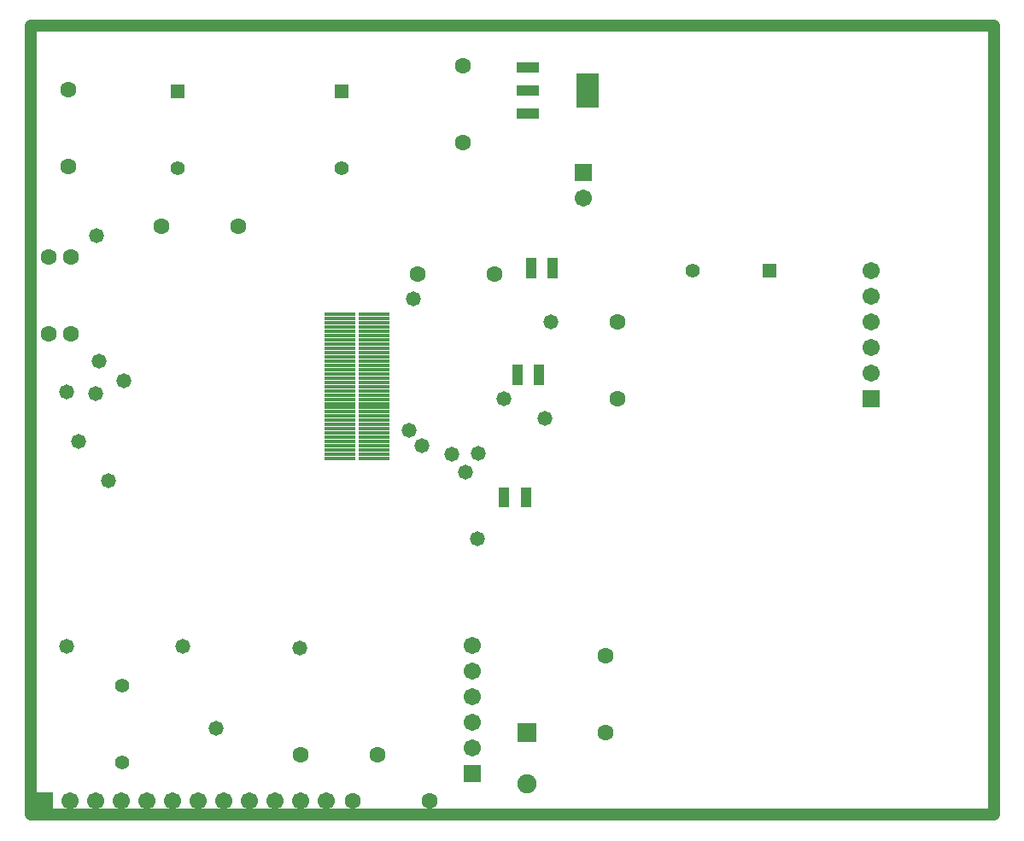
<source format=gts>
G04 Layer_Color=8388736*
%FSLAX25Y25*%
%MOIN*%
G70*
G01*
G75*
%ADD15C,0.04724*%
%ADD29R,0.03950X0.02572*%
%ADD30R,0.12257X0.01666*%
%ADD31R,0.09068X0.13398*%
%ADD32R,0.09068X0.04343*%
%ADD33R,0.07493X0.07493*%
%ADD34C,0.07493*%
%ADD35R,0.05524X0.05524*%
%ADD36C,0.05524*%
%ADD37C,0.06312*%
%ADD38R,0.06706X0.06706*%
%ADD39C,0.06706*%
%ADD40R,0.06706X0.06706*%
%ADD41R,0.05524X0.05524*%
%ADD42C,0.05800*%
D15*
X0Y0D02*
Y308000D01*
X376000D01*
Y304500D02*
Y308000D01*
Y0D02*
Y304500D01*
X0Y0D02*
X376000D01*
D29*
X203832Y216059D02*
D03*
Y213500D02*
D03*
Y210941D02*
D03*
X195368D02*
D03*
Y213500D02*
D03*
Y216059D02*
D03*
X198532Y174359D02*
D03*
Y171800D02*
D03*
Y169241D02*
D03*
X190068D02*
D03*
Y171800D02*
D03*
Y174359D02*
D03*
X193332Y126459D02*
D03*
Y123900D02*
D03*
Y121341D02*
D03*
X184868D02*
D03*
Y123900D02*
D03*
Y126459D02*
D03*
D30*
X120839Y195373D02*
D03*
Y193720D02*
D03*
Y192066D02*
D03*
Y190413D02*
D03*
Y188759D02*
D03*
Y187106D02*
D03*
Y185452D02*
D03*
Y183798D02*
D03*
Y182145D02*
D03*
Y180491D02*
D03*
Y178838D02*
D03*
Y177184D02*
D03*
Y175531D02*
D03*
Y173877D02*
D03*
Y172224D02*
D03*
Y170570D02*
D03*
Y168916D02*
D03*
Y167263D02*
D03*
Y165609D02*
D03*
Y163956D02*
D03*
Y162302D02*
D03*
Y160649D02*
D03*
Y158995D02*
D03*
Y157342D02*
D03*
Y155688D02*
D03*
Y154035D02*
D03*
Y152381D02*
D03*
Y150728D02*
D03*
Y149074D02*
D03*
Y147421D02*
D03*
Y145767D02*
D03*
Y144113D02*
D03*
Y142460D02*
D03*
Y140806D02*
D03*
Y139153D02*
D03*
X134028Y195373D02*
D03*
Y193720D02*
D03*
Y192066D02*
D03*
Y190413D02*
D03*
Y188759D02*
D03*
Y187106D02*
D03*
Y185452D02*
D03*
Y183798D02*
D03*
Y182145D02*
D03*
Y180491D02*
D03*
Y178838D02*
D03*
Y177184D02*
D03*
Y175531D02*
D03*
Y173877D02*
D03*
Y172224D02*
D03*
Y170570D02*
D03*
Y168916D02*
D03*
Y167263D02*
D03*
Y165609D02*
D03*
Y163956D02*
D03*
Y162302D02*
D03*
Y160649D02*
D03*
Y158995D02*
D03*
Y157342D02*
D03*
Y155688D02*
D03*
Y154035D02*
D03*
Y152381D02*
D03*
Y150728D02*
D03*
Y149074D02*
D03*
Y147421D02*
D03*
Y145767D02*
D03*
Y144113D02*
D03*
Y142460D02*
D03*
Y140806D02*
D03*
Y139153D02*
D03*
D31*
X217314Y282800D02*
D03*
D32*
X194086Y273745D02*
D03*
Y282800D02*
D03*
Y291855D02*
D03*
D33*
X193700Y32100D02*
D03*
D34*
Y12100D02*
D03*
D35*
X121400Y282600D02*
D03*
X57500Y282500D02*
D03*
D36*
X121400Y252600D02*
D03*
X57500Y252500D02*
D03*
X35700Y20600D02*
D03*
Y50600D02*
D03*
X258500Y212500D02*
D03*
D37*
X15800Y217700D02*
D03*
Y187700D02*
D03*
X7000Y217700D02*
D03*
Y187700D02*
D03*
X135400Y23600D02*
D03*
X105400D02*
D03*
X155800Y5400D02*
D03*
X125800D02*
D03*
X151200Y211000D02*
D03*
X181200D02*
D03*
X229200Y192400D02*
D03*
Y162400D02*
D03*
X224300Y32000D02*
D03*
Y62000D02*
D03*
X168700Y292500D02*
D03*
Y262500D02*
D03*
X14800Y253000D02*
D03*
Y283000D02*
D03*
X51000Y229700D02*
D03*
X81000D02*
D03*
D38*
X328100Y162600D02*
D03*
X172600Y16100D02*
D03*
X215800Y250700D02*
D03*
D39*
X328100Y172600D02*
D03*
Y182600D02*
D03*
Y192600D02*
D03*
Y202600D02*
D03*
Y212600D02*
D03*
X172600Y26100D02*
D03*
Y36100D02*
D03*
Y46100D02*
D03*
Y56100D02*
D03*
Y66100D02*
D03*
X115500Y5500D02*
D03*
X105500D02*
D03*
X95500D02*
D03*
X85500D02*
D03*
X75500D02*
D03*
X65500D02*
D03*
X55500D02*
D03*
X45500D02*
D03*
X35500D02*
D03*
X25500D02*
D03*
X15500D02*
D03*
X215800Y240700D02*
D03*
D40*
X5500Y5500D02*
D03*
D41*
X288500Y212500D02*
D03*
D42*
X164600Y140900D02*
D03*
X152800Y144000D02*
D03*
X203000Y192400D02*
D03*
X200900Y154700D02*
D03*
X174600Y107700D02*
D03*
X147900Y150300D02*
D03*
X149500Y201600D02*
D03*
X25900Y226000D02*
D03*
X72600Y33900D02*
D03*
X105000Y65100D02*
D03*
X14100Y165000D02*
D03*
X18700Y145800D02*
D03*
X14100Y65700D02*
D03*
X59500D02*
D03*
X36600Y169600D02*
D03*
X30300Y130400D02*
D03*
X25300Y164600D02*
D03*
X26800Y177100D02*
D03*
X169700Y133700D02*
D03*
X184700Y162500D02*
D03*
X174900Y141000D02*
D03*
M02*

</source>
